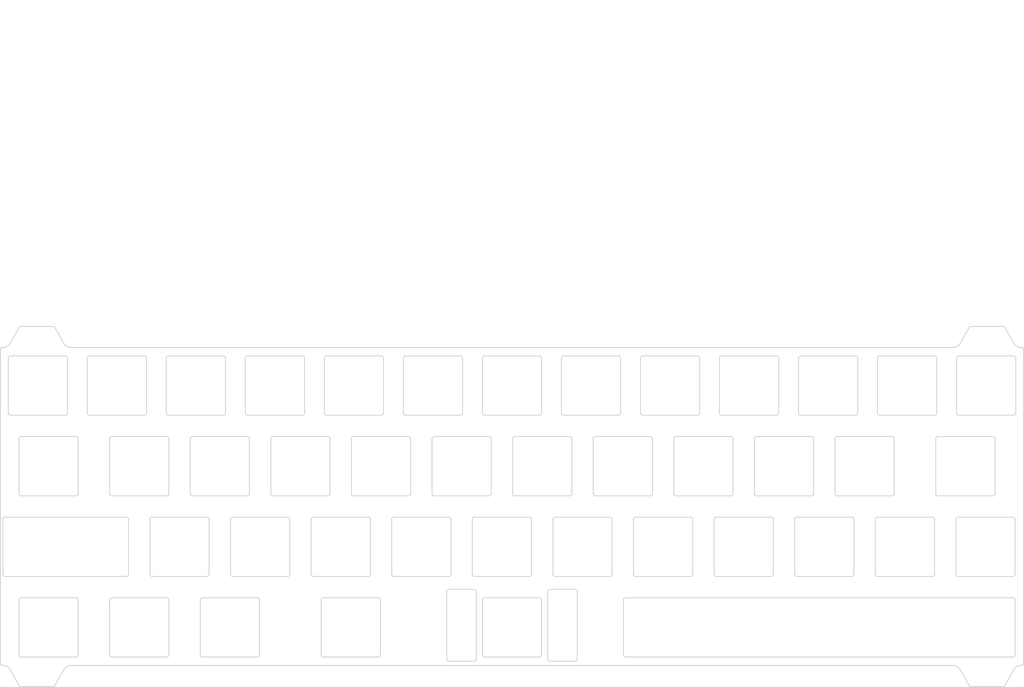
<source format=kicad_pcb>
(kicad_pcb (version 20211014) (generator pcbnew)
  (layers (0 "F.Cu" signal) (31 "B.Cu" signal) (34 "B.Paste" user) (35 "F.Paste" user) (36 "B.SilkS" user "B.Silkscreen") (37 "F.SilkS" user "F.Silkscreen") (38 "B.Mask" user) (39 "F.Mask" user) (44 "Edge.Cuts" user))
  (net 0 "")
  (footprint "rainfootprints:blank" (layer "F.Cu") (at 125.515 -25.5)
    (fp_text reference "MX40" hide)
    (fp_text value "MX-NoLED" hide)
  )
  (gr_arc (start 211.575 95.39375) (mid 211.92856 95.54019) (end 212.075 95.89375) (layer "Edge.Cuts") (width 0.2))
  (gr_line (start 82.5865 57.79375) (end 82.5865 70.79375) (layer "Edge.Cuts") (width 0.2))
  (gr_arc (start 217.125 95.89375) (mid 217.271474 95.540224) (end 217.625 95.39375) (layer "Edge.Cuts") (width 0.2))
  (gr_arc (start 50.4065 71.293796) (mid 50.052943 71.147353) (end 49.9065 70.793796) (layer "Edge.Cuts") (width 0.2))
  (gr_arc (start 138.1265 57.29375) (mid 138.48006 57.44019) (end 138.6265 57.79375) (layer "Edge.Cuts") (width 0.2))
  (gr_arc (start 93.3 76.84375) (mid 93.446474 76.490224) (end 93.8 76.34375) (layer "Edge.Cuts") (width 0.2))
  (gr_line (start 65.225 109.39375) (end 78.225 109.39375) (layer "Edge.Cuts") (width 0.2))
  (gr_arc (start 97.275 95.39375) (mid 97.62856 95.54019) (end 97.775 95.89375) (layer "Edge.Cuts") (width 0.2))
  (gr_arc (start 119.20625 127.943782) (mid 119.059825 128.297357) (end 118.70625 128.443782) (layer "Edge.Cuts") (width 0.2))
  (gr_line (start 87.7665 57.29375) (end 100.7665 57.29375) (layer "Edge.Cuts") (width 0.2))
  (gr_line (start 213.3465 57.79375) (end 213.3465 70.79375) (layer "Edge.Cuts") (width 0.2))
  (gr_line (start 29.8875 55.29375) (end 29.95415 55.29375) (layer "Edge.Cuts") (width 0.2))
  (gr_line (start 93.8 90.34375) (end 106.8 90.34375) (layer "Edge.Cuts") (width 0.2))
  (gr_line (start 199.3465 70.79375) (end 199.3465 57.79375) (layer "Edge.Cuts") (width 0.2))
  (gr_arc (start 143.3065 57.79375) (mid 143.452974 57.440224) (end 143.8065 57.29375) (layer "Edge.Cuts") (width 0.2))
  (gr_line (start 164.45 76.84375) (end 164.45 89.84375) (layer "Edge.Cuts") (width 0.2))
  (gr_line (start 258.545102 50.29375) (end 266.616898 50.29375) (layer "Edge.Cuts") (width 0.2))
  (gr_line (start 232.0265 70.79375) (end 232.0265 57.79375) (layer "Edge.Cuts") (width 0.2))
  (gr_line (start 42.067398 50.29375) (end 44.376799 54.29375) (layer "Edge.Cuts") (width 0.2))
  (gr_arc (start 135.36825 129.44375) (mid 135.014758 129.297242) (end 134.86825 128.94375) (layer "Edge.Cuts") (width 0.2))
  (gr_line (start 236.7065 57.79375) (end 236.7065 70.79375) (layer "Edge.Cuts") (width 0.2))
  (gr_arc (start 165.24425 112.44375) (mid 165.597805 112.590195) (end 165.74425 112.94375) (layer "Edge.Cuts") (width 0.2))
  (gr_line (start 240.65 89.84375) (end 240.65 76.84375) (layer "Edge.Cuts") (width 0.2))
  (gr_line (start 122.375 109.39375) (end 135.375 109.39375) (layer "Edge.Cuts") (width 0.2))
  (gr_arc (start 240.15 76.34375) (mid 240.50356 76.49019) (end 240.65 76.84375) (layer "Edge.Cuts") (width 0.2))
  (gr_arc (start 31.686201 54.29375) (mid 30.954157 55.025813) (end 29.95415 55.29375) (layer "Edge.Cuts") (width 0.2))
  (gr_line (start 119.9465 70.79375) (end 119.9465 57.79375) (layer "Edge.Cuts") (width 0.2))
  (gr_arc (start 29.95415 130.44375) (mid 30.954177 130.711652) (end 31.686201 131.44375) (layer "Edge.Cuts") (width 0.2))
  (gr_arc (start 77.13125 128.443782) (mid 76.777751 128.297281) (end 76.63125 127.943782) (layer "Edge.Cuts") (width 0.2))
  (gr_arc (start 250.9625 90.34375) (mid 250.608979 90.197271) (end 250.4625 89.84375) (layer "Edge.Cuts") (width 0.2))
  (gr_line (start 74.75 90.34375) (end 87.75 90.34375) (layer "Edge.Cuts") (width 0.2))
  (gr_line (start 106.4465 71.29375) (end 119.4465 71.29375) (layer "Edge.Cuts") (width 0.2))
  (gr_arc (start 176.64375 114.94375) (mid 176.790184 114.590184) (end 177.14375 114.44375) (layer "Edge.Cuts") (width 0.2))
  (gr_line (start 64.725 95.89375) (end 64.725 108.89375) (layer "Edge.Cuts") (width 0.2))
  (gr_line (start 112.85 90.34375) (end 125.85 90.34375) (layer "Edge.Cuts") (width 0.2))
  (gr_arc (start 154.925 108.89375) (mid 154.778581 109.247331) (end 154.425 109.39375) (layer "Edge.Cuts") (width 0.2))
  (gr_line (start 188.55 89.84375) (end 188.55 76.84375) (layer "Edge.Cuts") (width 0.2))
  (gr_arc (start 173.975 108.89375) (mid 173.828581 109.247331) (end 173.475 109.39375) (layer "Edge.Cuts") (width 0.2))
  (gr_arc (start 199.3465 57.79375) (mid 199.492974 57.440224) (end 199.8465 57.29375) (layer "Edge.Cuts") (width 0.2))
  (gr_line (start 218.5265 71.29375) (end 231.5265 71.29375) (layer "Edge.Cuts") (width 0.2))
  (gr_line (start 179.025 95.89375) (end 179.025 108.89375) (layer "Edge.Cuts") (width 0.2))
  (gr_arc (start 87.2665 57.79375) (mid 87.412974 57.440224) (end 87.7665 57.29375) (layer "Edge.Cuts") (width 0.2))
  (gr_arc (start 74.75 90.34375) (mid 74.396453 90.197297) (end 74.25 89.84375) (layer "Edge.Cuts") (width 0.2))
  (gr_arc (start 55.2 114.94375) (mid 55.346445 114.590195) (end 55.7 114.44375) (layer "Edge.Cuts") (width 0.2))
  (gr_line (start 68.7 114.44375) (end 55.7 114.44375) (layer "Edge.Cuts") (width 0.2))
  (gr_arc (start 88.25 89.84375) (mid 88.103581 90.197331) (end 87.75 90.34375) (layer "Edge.Cuts") (width 0.2))
  (gr_line (start 31.74375 71.29375) (end 44.74375 71.29375) (layer "Edge.Cuts") (width 0.2))
  (gr_arc (start 134.86825 112.94375) (mid 135.014684 112.590184) (end 135.36825 112.44375) (layer "Edge.Cuts") (width 0.2))
  (gr_line (start 269.225 108.89375) (end 269.225 95.89375) (layer "Edge.Cuts") (width 0.2))
  (gr_arc (start 169.5 76.84375) (mid 169.646474 76.490224) (end 170 76.34375) (layer "Edge.Cuts") (width 0.2))
  (gr_arc (start 193.025 108.89375) (mid 192.878581 109.247331) (end 192.525 109.39375) (layer "Edge.Cuts") (width 0.2))
  (gr_arc (start 269.3865 70.79375) (mid 269.24008 71.14733) (end 268.8865 71.29375) (layer "Edge.Cuts") (width 0.2))
  (gr_line (start 124.6265 57.79375) (end 124.6265 70.79375) (layer "Edge.Cuts") (width 0.2))
  (gr_arc (start 159.24425 129.44375) (mid 158.890758 129.297242) (end 158.74425 128.94375) (layer "Edge.Cuts") (width 0.2))
  (gr_arc (start 150.95 90.34375) (mid 150.596453 90.197297) (end 150.45 89.84375) (layer "Edge.Cuts") (width 0.2))
  (gr_line (start 157.3065 70.79375) (end 157.3065 57.79375) (layer "Edge.Cuts") (width 0.2))
  (gr_line (start 49.9065 57.793796) (end 49.9065 70.793796) (layer "Edge.Cuts") (width 0.2))
  (gr_line (start 221.1 76.34375) (end 208.1 76.34375) (layer "Edge.Cuts") (width 0.2))
  (gr_arc (start 47.26875 76.34375) (mid 47.622305 76.490195) (end 47.76875 76.84375) (layer "Edge.Cuts") (width 0.2))
  (gr_line (start 78.725 108.89375) (end 78.725 95.89375) (layer "Edge.Cuts") (width 0.2))
  (gr_arc (start 161.9865 57.79375) (mid 162.132974 57.440224) (end 162.4865 57.29375) (layer "Edge.Cuts") (width 0.2))
  (gr_arc (start 31.74375 71.29375) (mid 31.390229 71.147271) (end 31.24375 70.79375) (layer "Edge.Cuts") (width 0.2))
  (gr_arc (start 119.4465 57.29375) (mid 119.80006 57.44019) (end 119.9465 57.79375) (layer "Edge.Cuts") (width 0.2))
  (gr_arc (start 31.24375 57.79375) (mid 31.390234 57.440234) (end 31.74375 57.29375) (layer "Edge.Cuts") (width 0.2))
  (gr_arc (start 78.225 95.39375) (mid 78.57856 95.54019) (end 78.725 95.89375) (layer "Edge.Cuts") (width 0.2))
  (gr_arc (start 47.26875 114.44375) (mid 47.622256 114.590244) (end 47.76875 114.94375) (layer "Edge.Cuts") (width 0.2))
  (gr_arc (start 231.125 108.89375) (mid 230.978581 109.247331) (end 230.625 109.39375) (layer "Edge.Cuts") (width 0.2))
  (gr_line (start 33.76875 76.84375) (end 33.76875 89.84375) (layer "Edge.Cuts") (width 0.2))
  (gr_arc (start 221.6 89.84375) (mid 221.453581 90.197331) (end 221.1 90.34375) (layer "Edge.Cuts") (width 0.2))
  (gr_line (start 29.985023 95.89375) (end 29.985023 108.89375) (layer "Edge.Cuts") (width 0.2))
  (gr_arc (start 90.63125 127.943782) (mid 90.484825 128.297357) (end 90.13125 128.443782) (layer "Edge.Cuts") (width 0.2))
  (gr_arc (start 33.76875 76.84375) (mid 33.915184 76.490184) (end 34.26875 76.34375) (layer "Edge.Cuts") (width 0.2))
  (gr_line (start 162.4865 71.29375) (end 175.4865 71.29375) (layer "Edge.Cuts") (width 0.2))
  (gr_line (start 268.8865 57.29375) (end 255.8865 57.29375) (layer "Edge.Cuts") (width 0.2))
  (gr_arc (start 45.24375 70.79375) (mid 45.097341 71.147341) (end 44.74375 71.29375) (layer "Edge.Cuts") (width 0.2))
  (gr_line (start 100.7665 71.29375) (end 87.7665 71.29375) (layer "Edge.Cuts") (width 0.2))
  (gr_arc (start 162.4865 71.29375) (mid 162.132953 71.147297) (end 161.9865 70.79375) (layer "Edge.Cuts") (width 0.2))
  (gr_line (start 161.9865 57.79375) (end 161.9865 70.79375) (layer "Edge.Cuts") (width 0.2))
  (gr_line (start 175.9865 70.79375) (end 175.9865 57.79375) (layer "Edge.Cuts") (width 0.2))
  (gr_arc (start 157.30625 127.94375) (mid 157.15982 128.29732) (end 156.80625 128.44375) (layer "Edge.Cuts") (width 0.2))
  (gr_arc (start 68.7 114.44375) (mid 69.053531 114.590219) (end 69.2 114.94375) (layer "Edge.Cuts") (width 0.2))
  (gr_arc (start 131.4 76.84375) (mid 131.546474 76.490224) (end 131.9 76.34375) (layer "Edge.Cuts") (width 0.2))
  (gr_arc (start 78.725 108.89375) (mid 78.578581 109.247331) (end 78.225 109.39375) (layer "Edge.Cuts") (width 0.2))
  (gr_line (start 118.70625 114.443782) (end 105.70625 114.443782) (layer "Edge.Cuts") (width 0.2))
  (gr_line (start 134.86825 112.94375) (end 134.86825 128.94375) (layer "Edge.Cuts") (width 0.2))
  (gr_arc (start 55.7 90.34375) (mid 55.346453 90.197297) (end 55.2 89.84375) (layer "Edge.Cuts") (width 0.2))
  (gr_arc (start 255.3865 57.79375) (mid 255.532945 57.440195) (end 255.8865 57.29375) (layer "Edge.Cuts") (width 0.2))
  (gr_line (start 47.76875 89.84375) (end 47.76875 76.84375) (layer "Edge.Cuts") (width 0.2))
  (gr_arc (start 249.675 95.39375) (mid 250.02856 95.54019) (end 250.175 95.89375) (layer "Edge.Cuts") (width 0.2))
  (gr_arc (start 157.3065 70.79375) (mid 157.160081 71.147331) (end 156.8065 71.29375) (layer "Edge.Cuts") (width 0.2))
  (gr_line (start 173.475 95.39375) (end 160.475 95.39375) (layer "Edge.Cuts") (width 0.2))
  (gr_arc (start 87.75 76.34375) (mid 88.10356 76.49019) (end 88.25 76.84375) (layer "Edge.Cuts") (width 0.2))
  (gr_arc (start 140.925 95.89375) (mid 141.071474 95.540224) (end 141.425 95.39375) (layer "Edge.Cuts") (width 0.2))
  (gr_line (start 105.9465 57.79375) (end 105.9465 70.79375) (layer "Edge.Cuts") (width 0.2))
  (gr_line (start 268.926299 131.44375) (end 266.616898 135.44375) (layer "Edge.Cuts") (width 0.2))
  (gr_line (start 165.74425 128.94375) (end 165.74425 112.94375) (layer "Edge.Cuts") (width 0.2))
  (gr_arc (start 125.1265 71.29375) (mid 124.772953 71.147297) (end 124.6265 70.79375) (layer "Edge.Cuts") (width 0.2))
  (gr_line (start 193.025 108.89375) (end 193.025 95.89375) (layer "Edge.Cuts") (width 0.2))
  (gr_arc (start 164.45 89.84375) (mid 164.303581 90.197331) (end 163.95 90.34375) (layer "Edge.Cuts") (width 0.2))
  (gr_line (start 269.3865 70.79375) (end 269.3865 57.79375) (layer "Edge.Cuts") (width 0.2))
  (gr_arc (start 263.9625 76.34375) (mid 264.316085 76.490165) (end 264.4625 76.84375) (layer "Edge.Cuts") (width 0.2))
  (gr_line (start 69.2 127.94375) (end 69.2 114.94375) (layer "Edge.Cuts") (width 0.2))
  (gr_line (start 87.2665 70.79375) (end 87.2665 57.79375) (layer "Edge.Cuts") (width 0.2))
  (gr_arc (start 90.13125 114.443782) (mid 90.484749 114.590283) (end 90.63125 114.943782) (layer "Edge.Cuts") (width 0.2))
  (gr_arc (start 213.3465 70.79375) (mid 213.200081 71.147331) (end 212.8465 71.29375) (layer "Edge.Cuts") (width 0.2))
  (gr_arc (start 231.5265 57.29375) (mid 231.88006 57.44019) (end 232.0265 57.79375) (layer "Edge.Cuts") (width 0.2))
  (gr_line (start 176.64375 127.943782) (end 176.64375 114.94375) (layer "Edge.Cuts") (width 0.2))
  (gr_line (start 125.1265 71.29375) (end 138.1265 71.29375) (layer "Edge.Cuts") (width 0.2))
  (gr_arc (start 250.2065 57.29375) (mid 250.56006 57.44019) (end 250.7065 57.79375) (layer "Edge.Cuts") (width 0.2))
  (gr_arc (start 69.2 89.84375) (mid 69.053581 90.197331) (end 68.7 90.34375) (layer "Edge.Cuts") (width 0.2))
  (gr_arc (start 63.4065 57.293796) (mid 63.76005 57.440246) (end 63.9065 57.793796) (layer "Edge.Cuts") (width 0.2))
  (gr_line (start 97.275 95.39375) (end 84.275 95.39375) (layer "Edge.Cuts") (width 0.2))
  (gr_line (start 250.175 108.89375) (end 250.175 95.89375) (layer "Edge.Cuts") (width 0.2))
  (gr_line (start 268.725 114.44375) (end 177.14375 114.44375) (layer "Edge.Cuts") (width 0.2))
  (gr_arc (start 124.6265 57.79375) (mid 124.772974 57.440224) (end 125.1265 57.29375) (layer "Edge.Cuts") (width 0.2))
  (gr_arc (start 84.275 109.39375) (mid 83.921453 109.247297) (end 83.775 108.89375) (layer "Edge.Cuts") (width 0.2))
  (gr_line (start 101.2665 57.79375) (end 101.2665 70.79375) (layer "Edge.Cuts") (width 0.2))
  (gr_line (start 263.9625 76.34375) (end 250.9625 76.34375) (layer "Edge.Cuts") (width 0.2))
  (gr_arc (start 55.2 76.84375) (mid 55.346474 76.490224) (end 55.7 76.34375) (layer "Edge.Cuts") (width 0.2))
  (gr_line (start 63.4065 57.293796) (end 50.4065 57.293796) (layer "Edge.Cuts") (width 0.2))
  (gr_line (start 121.875 95.89375) (end 121.875 108.89375) (layer "Edge.Cuts") (width 0.2))
  (gr_line (start 45.24375 70.79375) (end 45.24375 57.79375) (layer "Edge.Cuts") (width 0.2))
  (gr_arc (start 143.8065 71.29375) (mid 143.452953 71.147297) (end 143.3065 70.79375) (layer "Edge.Cuts") (width 0.2))
  (gr_line (start 63.9065 70.793796) (end 63.9065 57.793796) (layer "Edge.Cuts") (width 0.2))
  (gr_arc (start 156.8065 57.29375) (mid 157.16006 57.44019) (end 157.3065 57.79375) (layer "Edge.Cuts") (width 0.2))
  (gr_arc (start 268.725 114.44375) (mid 269.078558 114.590191) (end 269.225 114.94375) (layer "Edge.Cuts") (width 0.2))
  (gr_line (start 158.74425 112.94375) (end 158.74425 128.94375) (layer "Edge.Cuts") (width 0.2))
  (gr_line (start 198.075 95.89375) (end 198.075 108.89375) (layer "Edge.Cuts") (width 0.2))
  (gr_arc (start 175.4865 57.29375) (mid 175.84006 57.44019) (end 175.9865 57.79375) (layer "Edge.Cuts") (width 0.2))
  (gr_arc (start 119.9465 70.79375) (mid 119.800081 71.147331) (end 119.4465 71.29375) (layer "Edge.Cuts") (width 0.2))
  (gr_line (start 105.20625 114.943782) (end 105.20625 127.943782) (layer "Edge.Cuts") (width 0.2))
  (gr_line (start 217.625 109.39375) (end 230.625 109.39375) (layer "Edge.Cuts") (width 0.2))
  (gr_line (start 207.6 76.84375) (end 207.6 89.84375) (layer "Edge.Cuts") (width 0.2))
  (gr_arc (start 141.36825 112.44375) (mid 141.721805 112.590195) (end 141.86825 112.94375) (layer "Edge.Cuts") (width 0.2))
  (gr_line (start 140.925 95.89375) (end 140.925 108.89375) (layer "Edge.Cuts") (width 0.2))
  (gr_line (start 131.9 76.34375) (end 144.9 76.34375) (layer "Edge.Cuts") (width 0.2))
  (gr_line (start 135.875 108.89375) (end 135.875 95.89375) (layer "Edge.Cuts") (width 0.2))
  (gr_line (start 240.15 76.34375) (end 227.15 76.34375) (layer "Edge.Cuts") (width 0.2))
  (gr_arc (start 144.9 76.34375) (mid 145.25356 76.49019) (end 145.4 76.84375) (layer "Edge.Cuts") (width 0.2))
  (gr_arc (start 65.225 109.39375) (mid 64.871453 109.247297) (end 64.725 108.89375) (layer "Edge.Cuts") (width 0.2))
  (gr_line (start 271.225 55.79375) (end 271.225 129.94375) (layer "Edge.Cuts") (width 0.2))
  (gr_arc (start 268.725 95.39375) (mid 269.078584 95.540165) (end 269.225 95.89375) (layer "Edge.Cuts") (width 0.2))
  (gr_arc (start 44.376799 131.44375) (mid 45.108857 130.711711) (end 46.10885 130.44375) (layer "Edge.Cuts") (width 0.2))
  (gr_line (start 170 76.34375) (end 183 76.34375) (layer "Edge.Cuts") (width 0.2))
  (gr_arc (start 183 76.34375) (mid 183.35356 76.49019) (end 183.5 76.84375) (layer "Edge.Cuts") (width 0.2))
  (gr_line (start 250.2065 57.29375) (end 237.2065 57.29375) (layer "Edge.Cuts") (width 0.2))
  (gr_arc (start 112.85 90.34375) (mid 112.496453 90.197297) (end 112.35 89.84375) (layer "Edge.Cuts") (width 0.2))
  (gr_arc (start 68.7 76.34375) (mid 69.05356 76.49019) (end 69.2 76.84375) (layer "Edge.Cuts") (width 0.2))
  (gr_line (start 250.4625 76.84375) (end 250.4625 89.84375) (layer "Edge.Cuts") (width 0.2))
  (gr_arc (start 122.375 109.39375) (mid 122.021453 109.247297) (end 121.875 108.89375) (layer "Edge.Cuts") (width 0.2))
  (gr_arc (start 159.975 95.89375) (mid 160.121474 95.540224) (end 160.475 95.39375) (layer "Edge.Cuts") (width 0.2))
  (gr_arc (start 236.675 109.39375) (mid 236.321453 109.247297) (end 236.175 108.89375) (layer "Edge.Cuts") (width 0.2))
  (gr_arc (start 69.2 127.94375) (mid 69.053581 128.297331) (end 68.7 128.44375) (layer "Edge.Cuts") (width 0.2))
  (gr_arc (start 236.175 95.89375) (mid 236.321474 95.540224) (end 236.675 95.39375) (layer "Edge.Cuts") (width 0.2))
  (gr_line (start 138.6265 70.79375) (end 138.6265 57.79375) (layer "Edge.Cuts") (width 0.2))
  (gr_arc (start 177.14375 128.443782) (mid 176.790251 128.297281) (end 176.64375 127.943782) (layer "Edge.Cuts") (width 0.2))
  (gr_arc (start 256.235701 54.29375) (mid 255.503657 55.025813) (end 254.50365 55.29375) (layer "Edge.Cuts") (width 0.2))
  (gr_line (start 29.95415 130.44375) (end 29.8875 130.44375) (layer "Edge.Cuts") (width 0.2))
  (gr_arc (start 141.425 109.39375) (mid 141.071453 109.247297) (end 140.925 108.89375) (layer "Edge.Cuts") (width 0.2))
  (gr_arc (start 227.15 90.34375) (mid 226.796453 90.197297) (end 226.65 89.84375) (layer "Edge.Cuts") (width 0.2))
  (gr_line (start 268.725 95.39375) (end 255.725 95.39375) (layer "Edge.Cuts") (width 0.2))
  (gr_arc (start 236.7065 57.79375) (mid 236.852974 57.440224) (end 237.2065 57.29375) (layer "Edge.Cuts") (width 0.2))
  (gr_arc (start 189.05 90.34375) (mid 188.696453 90.197297) (end 188.55 89.84375) (layer "Edge.Cuts") (width 0.2))
  (gr_arc (start 240.65 89.84375) (mid 240.503581 90.197331) (end 240.15 90.34375) (layer "Edge.Cuts") (width 0.2))
  (gr_line (start 69.0865 57.29375) (end 82.0865 57.29375) (layer "Edge.Cuts") (width 0.2))
  (gr_line (start 173.975 108.89375) (end 173.975 95.89375) (layer "Edge.Cuts") (width 0.2))
  (gr_line (start 74.25 76.84375) (end 74.25 89.84375) (layer "Edge.Cuts") (width 0.2))
  (gr_line (start 258.545102 135.44375) (end 256.235701 131.44375) (layer "Edge.Cuts") (width 0.2))
  (gr_arc (start 138.6265 70.79375) (mid 138.480081 71.147331) (end 138.1265 71.29375) (layer "Edge.Cuts") (width 0.2))
  (gr_line (start 150.95 76.34375) (end 163.95 76.34375) (layer "Edge.Cuts") (width 0.2))
  (gr_arc (start 226.65 76.84375) (mid 226.796474 76.490224) (end 227.15 76.34375) (layer "Edge.Cuts") (width 0.2))
  (gr_line (start 255.3865 57.79375) (end 255.3865 70.79375) (layer "Edge.Cuts") (width 0.2))
  (gr_arc (start 105.70625 128.443782) (mid 105.352751 128.297281) (end 105.20625 127.943782) (layer "Edge.Cuts") (width 0.2))
  (gr_line (start 47.76875 127.94375) (end 47.76875 114.94375) (layer "Edge.Cuts") (width 0.2))
  (gr_arc (start 125.85 76.34375) (mid 126.20356 76.49019) (end 126.35 76.84375) (layer "Edge.Cuts") (width 0.2))
  (gr_line (start 126.35 89.84375) (end 126.35 76.84375) (layer "Edge.Cuts") (width 0.2))
  (gr_arc (start 202.05 76.34375) (mid 202.40356 76.49019) (end 202.55 76.84375) (layer "Edge.Cuts") (width 0.2))
  (gr_arc (start 165.74425 128.94375) (mid 165.59782 129.29732) (end 165.24425 129.44375) (layer "Edge.Cuts") (width 0.2))
  (gr_arc (start 82.5865 70.79375) (mid 82.440081 71.147331) (end 82.0865 71.29375) (layer "Edge.Cuts") (width 0.2))
  (gr_arc (start 135.375 95.39375) (mid 135.72856 95.54019) (end 135.875 95.89375) (layer "Edge.Cuts") (width 0.2))
  (gr_line (start 145.4 76.84375) (end 145.4 89.84375) (layer "Edge.Cuts") (width 0.2))
  (gr_arc (start 47.76875 127.94375) (mid 47.622341 128.297341) (end 47.26875 128.44375) (layer "Edge.Cuts") (width 0.2))
  (gr_arc (start 105.9465 57.79375) (mid 106.092974 57.440224) (end 106.4465 57.29375) (layer "Edge.Cuts") (width 0.2))
  (gr_line (start 183 90.34375) (end 170 90.34375) (layer "Edge.Cuts") (width 0.2))
  (gr_arc (start 183.5 89.84375) (mid 183.353581 90.197331) (end 183 90.34375) (layer "Edge.Cuts") (width 0.2))
  (gr_arc (start 170 90.34375) (mid 169.646453 90.197297) (end 169.5 89.84375) (layer "Edge.Cuts") (width 0.2))
  (gr_line (start 116.325 95.39375) (end 103.325 95.39375) (layer "Edge.Cuts") (width 0.2))
  (gr_arc (start 47.76875 89.84375) (mid 47.62232 90.19732) (end 47.26875 90.34375) (layer "Edge.Cuts") (width 0.2))
  (gr_arc (start 270.725 55.29375) (mid 271.078552 55.440197) (end 271.225 55.79375) (layer "Edge.Cuts") (width 0.2))
  (gr_line (start 77.13125 128.443782) (end 90.13125 128.443782) (layer "Edge.Cuts") (width 0.2))
  (gr_line (start 160.475 109.39375) (end 173.475 109.39375) (layer "Edge.Cuts") (width 0.2))
  (gr_arc (start 199.8465 71.29375) (mid 199.492953 71.147297) (end 199.3465 70.79375) (layer "Edge.Cuts") (width 0.2))
  (gr_arc (start 126.35 89.84375) (mid 126.203581 90.197331) (end 125.85 90.34375) (layer "Edge.Cuts") (width 0.2))
  (gr_line (start 180.6665 57.79375) (end 180.6665 70.79375) (layer "Edge.Cuts") (width 0.2))
  (gr_line (start 68.7 76.34375) (end 55.7 76.34375) (layer "Edge.Cuts") (width 0.2))
  (gr_arc (start 173.475 95.39375) (mid 173.82856 95.54019) (end 173.975 95.89375) (layer "Edge.Cuts") (width 0.2))
  (gr_arc (start 29.3875 55.79375) (mid 29.533974 55.440224) (end 29.8875 55.29375) (layer "Edge.Cuts") (width 0.2))
  (gr_arc (start 194.1665 57.29375) (mid 194.52006 57.44019) (end 194.6665 57.79375) (layer "Edge.Cuts") (width 0.2))
  (gr_arc (start 46.10885 55.29375) (mid 45.108848 55.025805) (end 44.376799 54.29375) (layer "Edge.Cuts") (width 0.2))
  (gr_arc (start 33.76875 114.94375) (mid 33.915184 114.590184) (end 34.26875 114.44375) (layer "Edge.Cuts") (width 0.2))
  (gr_arc (start 59.175 95.39375) (mid 59.528555 95.540195) (end 59.675 95.89375) (layer "Edge.Cuts") (width 0.2))
  (gr_arc (start 34.26875 128.44375) (mid 33.915258 128.297242) (end 33.76875 127.94375) (layer "Edge.Cuts") (width 0.2))
  (gr_arc (start 145.4 89.84375) (mid 145.253581 90.197331) (end 144.9 90.34375) (layer "Edge.Cuts") (width 0.2))
  (gr_line (start 47.26875 76.34375) (end 34.26875 76.34375) (layer "Edge.Cuts") (width 0.2))
  (gr_line (start 183.5 76.84375) (end 183.5 89.84375) (layer "Edge.Cuts") (width 0.2))
  (gr_arc (start 268.926299 131.44375) (mid 269.658357 130.711713) (end 270.65835 130.44375) (layer "Edge.Cuts") (width 0.2))
  (gr_line (start 90.63125 127.943782) (end 90.63125 114.943782) (layer "Edge.Cuts") (width 0.2))
  (gr_line (start 44.376799 131.44375) (end 42.067398 135.44375) (layer "Edge.Cuts") (width 0.2))
  (gr_line (start 175.4865 57.29375) (end 162.4865 57.29375) (layer "Edge.Cuts") (width 0.2))
  (gr_line (start 199.8465 57.29375) (end 212.8465 57.29375) (layer "Edge.Cuts") (width 0.2))
  (gr_arc (start 103.325 109.39375) (mid 102.971453 109.247297) (end 102.825 108.89375) (layer "Edge.Cuts") (width 0.2))
  (gr_arc (start 68.5865 57.79375) (mid 68.732974 57.440224) (end 69.0865 57.29375) (layer "Edge.Cuts") (width 0.2))
  (gr_line (start 156.8065 57.29375) (end 143.8065 57.29375) (layer "Edge.Cuts") (width 0.2))
  (gr_arc (start 255.725 109.39375) (mid 255.371479 109.247271) (end 255.225 108.89375) (layer "Edge.Cuts") (width 0.2))
  (gr_line (start 47.26875 114.44375) (end 34.26875 114.44375) (layer "Edge.Cuts") (width 0.2))
  (gr_line (start 33.995602 50.29375) (end 42.067398 50.29375) (layer "Edge.Cuts") (width 0.2))
  (gr_line (start 102.825 95.89375) (end 102.825 108.89375) (layer "Edge.Cuts") (width 0.2))
  (gr_arc (start 143.80625 128.44375) (mid 143.452758 128.297242) (end 143.30625 127.94375) (layer "Edge.Cuts") (width 0.2))
  (gr_line (start 55.7 90.34375) (end 68.7 90.34375) (layer "Edge.Cuts") (width 0.2))
  (gr_line (start 68.5865 70.79375) (end 68.5865 57.79375) (layer "Edge.Cuts") (width 0.2))
  (gr_line (start 227.15 90.34375) (end 240.15 90.34375) (layer "Edge.Cuts") (width 0.2))
  (gr_line (start 138.1265 57.29375) (end 125.1265 57.29375) (layer "Edge.Cuts") (width 0.2))
  (gr_line (start 31.24375 57.79375) (end 31.24375 70.79375) (layer "Edge.Cuts") (width 0.2))
  (gr_line (start 217.125 95.89375) (end 217.125 108.89375) (layer "Edge.Cuts") (width 0.2))
  (gr_arc (start 106.4465 71.29375) (mid 106.092953 71.147297) (end 105.9465 70.79375) (layer "Edge.Cuts") (width 0.2))
  (gr_arc (start 198.575 109.39375) (mid 198.221453 109.247297) (end 198.075 108.89375) (layer "Edge.Cuts") (width 0.2))
  (gr_line (start 194.6665 70.79375) (end 194.6665 57.79375) (layer "Edge.Cuts") (width 0.2))
  (gr_arc (start 217.625 109.39375) (mid 217.271453 109.247297) (end 217.125 108.89375) (layer "Edge.Cuts") (width 0.2))
  (gr_arc (start 192.525 95.39375) (mid 192.87856 95.54019) (end 193.025 95.89375) (layer "Edge.Cuts") (width 0.2))
  (gr_line (start 143.3065 57.79375) (end 143.3065 70.79375) (layer "Edge.Cuts") (width 0.2))
  (gr_arc (start 141.86825 128.94375) (mid 141.72182 129.29732) (end 141.36825 129.44375) (layer "Edge.Cuts") (width 0.2))
  (gr_arc (start 194.6665 70.79375) (mid 194.520081 71.147331) (end 194.1665 71.29375) (layer "Edge.Cuts") (width 0.2))
  (gr_line (start 269.225 127.94375) (end 269.225 114.94375) (layer "Edge.Cuts") (width 0.2))
  (gr_line (start 256.235701 54.29375) (end 258.545102 50.29375) (layer "Edge.Cuts") (width 0.2))
  (gr_line (start 236.175 95.89375) (end 236.175 108.89375) (layer "Edge.Cuts") (width 0.2))
  (gr_line (start 55.7 128.44375) (end 68.7 128.44375) (layer "Edge.Cuts") (width 0.2))
  (gr_line (start 179.525 109.39375) (end 192.525 109.39375) (layer "Edge.Cuts") (width 0.2))
  (gr_line (start 202.55 76.84375) (end 202.55 89.84375) (layer "Edge.Cuts") (width 0.2))
  (gr_line (start 135.375 95.39375) (end 122.375 95.39375) (layer "Edge.Cuts") (width 0.2))
  (gr_arc (start 29.8875 130.44375) (mid 29.533953 130.297297) (end 29.3875 129.94375) (layer "Edge.Cuts") (width 0.2))
  (gr_line (start 107.3 89.84375) (end 107.3 76.84375) (layer "Edge.Cuts") (width 0.2))
  (gr_line (start 221.6 89.84375) (end 221.6 76.84375) (layer "Edge.Cuts") (width 0.2))
  (gr_arc (start 55.7 128.44375) (mid 55.346483 128.297267) (end 55.2 127.94375) (layer "Edge.Cuts") (width 0.2))
  (gr_line (start 192.525 95.39375) (end 179.525 95.39375) (layer "Edge.Cuts") (width 0.2))
  (gr_arc (start 271.225 129.94375) (mid 271.078583 130.297333) (end 270.725 130.44375) (layer "Edge.Cuts") (width 0.2))
  (gr_arc (start 44.74375 57.29375) (mid 45.097335 57.440165) (end 45.24375 57.79375) (layer "Edge.Cuts") (width 0.2))
  (gr_line (start 84.275 109.39375) (end 97.275 109.39375) (layer "Edge.Cuts") (width 0.2))
  (gr_line (start 249.675 95.39375) (end 236.675 95.39375) (layer "Edge.Cuts") (width 0.2))
  (gr_line (start 93.3 76.84375) (end 93.3 89.84375) (layer "Edge.Cuts") (width 0.2))
  (gr_line (start 177.14375 128.443782) (end 268.725 128.44375) (layer "Edge.Cuts") (width 0.2))
  (gr_line (start 83.775 95.89375) (end 83.775 108.89375) (layer "Edge.Cuts") (width 0.2))
  (gr_line (start 141.425 109.39375) (end 154.425 109.39375) (layer "Edge.Cuts") (width 0.2))
  (gr_arc (start 100.7665 57.29375) (mid 101.12006 57.44019) (end 101.2665 57.79375) (layer "Edge.Cuts") (width 0.2))
  (gr_arc (start 118.70625 114.443782) (mid 119.059749 114.590283) (end 119.20625 114.943782) (layer "Edge.Cuts") (width 0.2))
  (gr_line (start 159.975 95.89375) (end 159.975 108.89375) (layer "Edge.Cuts") (width 0.2))
  (gr_arc (start 154.425 95.39375) (mid 154.77856 95.54019) (end 154.925 95.89375) (layer "Edge.Cuts") (width 0.2))
  (gr_line (start 150.45 89.84375) (end 150.45 76.84375) (layer "Edge.Cuts") (width 0.2))
  (gr_line (start 119.4465 57.29375) (end 106.4465 57.29375) (layer "Edge.Cuts") (width 0.2))
  (gr_arc (start 83.775 95.89375) (mid 83.921474 95.540224) (end 84.275 95.39375) (layer "Edge.Cuts") (width 0.2))
  (gr_arc (start 156.80625 114.44375) (mid 157.159805 114.590195) (end 157.30625 114.94375) (layer "Edge.Cuts") (width 0.2))
  (gr_arc (start 212.075 108.89375) (mid 211.928581 109.247331) (end 211.575 109.39375) (layer "Edge.Cuts") (width 0.2))
  (gr_arc (start 255.8865 71.29375) (mid 255.532983 71.147267) (end 255.3865 70.79375) (layer "Edge.Cuts") (width 0.2))
  (gr_arc (start 163.95 76.34375) (mid 164.30356 76.49019) (end 164.45 76.84375) (layer "Edge.Cuts") (width 0.2))
  (gr_arc (start 49.9065 57.793796) (mid 50.05295 57.440246) (end 50.4065 57.293796) (layer "Edge.Cuts") (width 0.2))
  (gr_line (start 119.20625 127.943782) (end 119.20625 114.943782) (layer "Edge.Cuts") (width 0.2))
  (gr_arc (start 270.65835 55.29375) (mid 269.65835 55.025803) (end 268.926299 54.29375) (layer "Edge.Cuts") (width 0.2))
  (gr_arc (start 101.2665 70.79375) (mid 101.120081 71.147331) (end 100.7665 71.29375) (layer "Edge.Cuts") (width 0.2))
  (gr_line (start 69.2 89.84375) (end 69.2 76.84375) (layer "Edge.Cuts") (width 0.2))
  (gr_arc (start 76.63125 114.943782) (mid 76.777718 114.59025) (end 77.13125 114.443782) (layer "Edge.Cuts") (width 0.2))
  (gr_arc (start 30.485023 109.39375) (mid 30.131531 109.247242) (end 29.985023 108.89375) (layer "Edge.Cuts") (width 0.2))
  (gr_line (start 135.36825 129.44375) (end 141.36825 129.44375) (layer "Edge.Cuts") (width 0.2))
  (gr_line (start 143.8065 71.29375) (end 156.8065 71.29375) (layer "Edge.Cuts") (width 0.2))
  (gr_arc (start 121.875 95.89375) (mid 122.021474 95.540224) (end 122.375 95.39375) (layer "Edge.Cuts") (width 0.2))
  (gr_arc (start 180.6665 57.79375) (mid 180.812974 57.440224) (end 181.1665 57.29375) (layer "Edge.Cuts") (width 0.2))
  (gr_line (start 46.10885 55.29375) (end 254.50365 55.29375) (layer "Edge.Cuts") (width 0.2))
  (gr_line (start 211.575 95.39375) (end 198.575 95.39375) (layer "Edge.Cuts") (width 0.2))
  (gr_line (start 169.5 89.84375) (end 169.5 76.84375) (layer "Edge.Cuts") (width 0.2))
  (gr_line (start 33.995602 135.44375) (end 31.686201 131.44375) (layer "Edge.Cuts") (width 0.2))
  (gr_line (start 154.925 108.89375) (end 154.925 95.89375) (layer "Edge.Cuts") (width 0.2))
  (gr_line (start 88.25 89.84375) (end 88.25 76.84375) (layer "Edge.Cuts") (width 0.2))
  (gr_line (start 159.24425 129.44375) (end 165.24425 129.44375) (layer "Edge.Cuts") (width 0.2))
  (gr_line (start 163.95 90.34375) (end 150.95 90.34375) (layer "Edge.Cuts") (width 0.2))
  (gr_line (start 250.7065 70.79375) (end 250.7065 57.79375) (layer "Edge.Cuts") (width 0.2))
  (gr_arc (start 268.8865 57.29375) (mid 269.240035 57.440217) (end 269.3865 57.79375) (layer "Edge.Cuts") (width 0.2))
  (gr_line (start 144.9 90.34375) (end 131.9 90.34375) (layer "Edge.Cuts") (width 0.2))
  (gr_arc (start 105.20625 114.943782) (mid 105.352718 114.59025) (end 105.70625 114.443782) (layer "Edge.Cuts") (width 0.2))
  (gr_arc (start 116.325 95.39375) (mid 116.67856 95.54019) (end 116.825 95.89375) (layer "Edge.Cuts") (width 0.2))
  (gr_arc (start 143.30625 114.94375) (mid 143.452684 114.590184) (end 143.80625 114.44375) (layer "Edge.Cuts") (width 0.2))
  (gr_line (start 255.225 95.89375) (end 255.225 108.89375) (layer "Edge.Cuts") (width 0.2))
  (gr_line (start 59.675 108.89375) (end 59.675 95.89375) (layer "Edge.Cuts") (width 0.2))
  (gr_line (start 34.26875 128.44375) (end 47.26875 128.44375) (layer "Edge.Cuts") (width 0.2))
  (gr_line (start 231.5265 57.29375) (end 218.5265 57.29375) (layer "Edge.Cuts") (width 0.2))
  (gr_line (start 50.4065 71.293796) (end 63.4065 71.293796) (layer "Edge.Cuts") (width 0.2))
  (gr_arc (start 116.825 108.89375) (mid 116.678581 109.247331) (end 116.325 109.39375) (layer "Edge.Cuts") (width 0.2))
  (gr_line (start 55.2 76.84375) (end 55.2 89.84375) (layer "Edge.Cuts") (width 0.2))
  (gr_line (start 112.35 76.84375) (end 112.35 89.84375) (layer "Edge.Cuts") (width 0.2))
  (gr_line (start 90.13125 114.443782) (end 77.13125 114.443782) (layer "Edge.Cuts") (width 0.2))
  (gr_line (start 31.686201 54.29375) (end 33.995602 50.29375) (layer "Edge.Cuts") (width 0.2))
  (gr_arc (start 212.8465 57.29375) (mid 213.20006 57.44019) (end 213.3465 57.79375) (layer "Edge.Cuts") (width 0.2))
  (gr_line (start 29.3875 129.94375) (end 29.3875 55.79375) (layer "Edge.Cuts") (width 0.2))
  (gr_arc (start 107.3 89.84375) (mid 107.153581 90.197331) (end 106.8 90.34375) (layer "Edge.Cuts") (width 0.2))
  (gr_line (start 189.05 76.34375) (end 202.05 76.34375) (layer "Edge.Cuts") (width 0.2))
  (gr_line (start 76.63125 114.943782) (end 76.63125 127.943782) (layer "Edge.Cuts") (width 0.2))
  (gr_line (start 44.74375 57.29375) (end 31.74375 57.29375) (layer "Edge.Cuts") (width 0.2))
  (gr_line (start 270.65835 55.29375) (end 270.725 55.29375) (layer "Edge.Cuts") (width 0.2))
  (gr_arc (start 29.985023 95.89375) (mid 30.131457 95.540184) (end 30.485023 95.39375) (layer "Edge.Cuts") (width 0.2))
  (gr_arc (start 74.25 76.84375) (mid 74.396474 76.490224) (end 74.75 76.34375) (layer "Edge.Cuts") (width 0.2))
  (gr_line (start 141.36825 112.44375) (end 135.36825 112.44375) (layer "Edge.Cuts") (width 0.2))
  (gr_line (start 143.30625 114.94375) (end 143.30625 127.94375) (layer "Edge.Cuts") (width 0.2))
  (gr_line (start 42.067398 135.44375) (end 33.995602 135.44375) (layer "Edge.Cuts") (width 0.2))
  (gr_arc (start 69.0865 71.29375) (mid 68.732953 71.147297) (end 68.5865 70.79375) (layer "Edge.Cuts") (width 0.2))
  (gr_arc (start 250.4625 76.84375) (mid 250.608984 76.490234) (end 250.9625 76.34375) (layer "Edge.Cuts") (width 0.2))
  (gr_arc (start 106.8 76.34375) (mid 107.15356 76.49019) (end 107.3 76.84375) (layer "Edge.Cuts") (width 0.2))
  (gr_arc (start 87.7665 71.29375) (mid 87.412953 71.147297) (end 87.2665 70.79375) (layer "Edge.Cuts") (width 0.2))
  (gr_arc (start 150.45 76.84375) (mid 150.596474 76.490224) (end 150.95 76.34375) (layer "Edge.Cuts") (width 0.2))
  (gr_line (start 82.0865 71.29375) (end 69.0865 71.29375) (layer "Edge.Cuts") (width 0.2))
  (gr_arc (start 250.7065 70.79375) (mid 250.560081 71.147331) (end 250.2065 71.29375) (layer "Edge.Cuts") (width 0.2))
  (gr_line (start 212.075 108.89375) (end 212.075 95.89375) (layer "Edge.Cuts") (width 0.2))
  (gr_line (start 208.1 90.34375) (end 221.1 90.34375) (layer "Edge.Cuts") (width 0.2))
  (gr_line (start 30.485023 109.39375) (end 59.175 109.39375) (layer "Edge.Cuts") (width 0.2))
  (gr_arc (start 158.74425 112.94375) (mid 158.890684 112.590184) (end 159.24425 112.44375) (layer "Edge.Cuts") (width 0.2))
  (gr_arc (start 264.4625 89.84375) (mid 264.316091 90.197341) (end 263.9625 90.34375) (layer "Edge.Cuts") (width 0.2))
  (gr_arc (start 135.875 108.89375) (mid 135.728581 109.247331) (end 135.375 109.39375) (layer "Edge.Cuts") (width 0.2))
  (gr_line (start 154.425 95.39375) (end 141.425 95.39375) (layer "Edge.Cuts") (width 0.2))
  (gr_arc (start 131.9 90.34375) (mid 131.546453 90.197297) (end 131.4 89.84375) (layer "Edge.Cuts") (width 0.2))
  (gr_arc (start 269.225 108.89375) (mid 269.078591 109.247341) (end 268.725 109.39375) (layer "Edge.Cuts") (width 0.2))
  (gr_arc (start 102.825 95.89375) (mid 102.971474 95.540224) (end 103.325 95.39375) (layer "Edge.Cuts") (width 0.2))
  (gr_line (start 194.1665 57.29375) (end 181.1665 57.29375) (layer "Edge.Cuts") (width 0.2))
  (gr_line (start 78.225 95.39375) (end 65.225 95.39375) (layer "Edge.Cuts") (width 0.2))
  (gr_line (start 87.75 76.34375) (end 74.75 76.34375) (layer "Edge.Cuts") (width 0.2))
  (gr_line (start 181.1665 71.29375) (end 194.1665 71.29375) (layer "Edge.Cuts") (width 0.2))
  (gr_line (start 165.24425 112.44375) (end 159.24425 112.44375) (layer "Edge.Cuts") (width 0.2))
  (gr_arc (start 254.50365 130.44375) (mid 255.503677 130.711652) (end 256.235701 131.44375) (layer "Edge.Cuts") (width 0.2))
  (gr_arc (start 188.55 76.84375) (mid 188.696474 76.490224) (end 189.05 76.34375) (layer "Edge.Cuts") (width 0.2))
  (gr_arc (start 112.35 76.84375) (mid 112.496474 76.490224) (end 112.85 76.34375) (layer "Edge.Cuts") (width 0.2))
  (gr_line (start 198.575 109.39375) (end 211.575 109.39375) (layer "Edge.Cuts") (width 0.2))
  (gr_arc (start 181.1665 71.29375) (mid 180.812953 71.147297) (end 180.6665 70.79375) (layer "Edge.Cuts") (width 0.2))
  (gr_line (start 266.616898 50.29375) (end 268.926299 54.29375) (layer "Edge.Cuts") (width 0.2))
  (gr_arc (start 34.26875 90.34375) (mid 33.915258 90.197242) (end 33.76875 89.84375) (layer "Edge.Cuts") (width 0.2))
  (gr_line (start 264.4625 89.84375) (end 264.4625 76.84375) (layer "Edge.Cuts") (width 0.2))
  (gr_arc (start 230.625 95.39375) (mid 230.97856 95.54019) (end 231.125 95.89375) (layer "Edge.Cuts") (width 0.2))
  (gr_line (start 236.675 109.39375) (end 249.675 109.39375) (layer "Edge.Cuts") (width 0.2))
  (gr_arc (start 93.8 90.34375) (mid 93.446453 90.197297) (end 93.3 89.84375) (layer "Edge.Cuts") (width 0.2))
  (gr_line (start 231.125 108.89375) (end 231.125 95.89375) (layer "Edge.Cuts") (width 0.2))
  (gr_arc (start 175.9865 70.79375) (mid 175.840081 71.147331) (end 175.4865 71.29375) (layer "Edge.Cuts") (width 0.2))
  (gr_line (start 97.775 108.89375) (end 97.775 95.89375) (layer "Edge.Cuts") (width 0.2))
  (gr_arc (start 207.6 76.84375) (mid 207.746474 76.490224) (end 208.1 76.34375) (layer "Edge.Cuts") (width 0.2))
  (gr_line (start 212.8465 71.29375) (end 199.8465 71.29375) (layer "Edge.Cuts") (width 0.2))
  (gr_line (start 125.85 76.34375) (end 112.85 76.34375) (layer "Edge.Cuts") (width 0.2))
  (gr_line (start 33.76875 114.94375) (end 33.76875 127.94375) (layer "Edge.Cuts") (width 0.2))
  (gr_line (start 157.30625 127.94375) (end 157.30625 114.94375) (layer "Edge.Cuts") (width 0.2))
  (gr_line (start 143.80625 128.44375) (end 156.80625 128.44375) (layer "Edge.Cuts") (width 0.2))
  (gr_arc (start 160.475 109.39375) (mid 160.121453 109.247297) (end 159.975 108.89375) (layer "Edge.Cuts") (width 0.2))
  (gr_arc (start 198.075 95.89375) (mid 198.221474 95.540224) (end 198.575 95.39375) (layer "Edge.Cuts") (width 0.2))
  (gr_arc (start 208.1 90.34375) (mid 207.746453 90.197297) (end 207.6 89.84375) (layer "Edge.Cuts") (width 0.2))
  (gr_line (start 266.616898 135.44375) (end 258.545102 135.44375) (layer "Edge.Cuts") (width 0.2))
  (gr_line (start 116.825 108.89375) (end 116.825 95.89375) (layer "Edge.Cuts") (width 0.2))
  (gr_line (start 255.8865 71.29375) (end 268.8865 71.29375) (layer "Edge.Cuts") (width 0.2))
  (gr_line (start 34.26875 90.34375) (end 47.26875 90.34375) (layer "Edge.Cuts") (width 0.2))
  (gr_arc (start 237.2065 71.29375) (mid 236.852953 71.147297) (end 236.7065 70.79375) (layer "Edge.Cuts") (width 0.2))
  (gr_arc (start 255.225 95.89375) (mid 255.371484 95.540234) (end 255.725 95.39375) (layer "Edge.Cuts") (width 0.2))
  (gr_line (start 105.70625 128.443782) (end 118.70625 128.443782) (layer "Edge.Cuts") (width 0.2))
  (gr_arc (start 218.5265 71.29375) (mid 218.172953 71.147297) (end 218.0265 70.79375) (layer "Edge.Cuts") (width 0.2))
  (gr_arc (start 269.225 127.94375) (mid 269.07858 128.29733) (end 268.725 128.44375) (layer "Edge.Cuts") (width 0.2))
  (gr_line (start 106.8 76.34375) (end 93.8 76.34375) (layer "Edge.Cuts") (width 0.2))
  (gr_arc (start 232.0265 70.79375) (mid 231.880081 71.147331) (end 231.5265 71.29375) (layer "Edge.Cuts") (width 0.2))
  (gr_arc (start 63.9065 70.793796) (mid 63.760057 71.147353) (end 63.4065 71.293796) (layer "Edge.Cuts") (width 0.2))
  (gr_line (start 237.2065 71.29375) (end 250.2065 71.29375) (layer "Edge.Cuts") (width 0.2))
  (gr_line (start 218.0265 57.79375) (end 218.0265 70.79375) (layer "Edge.Cuts") (width 0.2))
  (gr_line (start 202.05 90.34375) (end 189.05 90.34375) (layer "Edge.Cuts") (width 0.2))
  (gr_line (start 226.65 76.84375) (end 226.65 89.84375) (layer "Edge.Cuts") (width 0.2))
  (gr_line (start 141.86825 128.94375) (end 141.86825 112.94375) (layer "Edge.Cuts") (width 0.2))
  (gr_line (start 55.2 114.94375) (end 55.2 127.94375) (layer "Edge.Cuts") (width 0.2))
  (gr_arc (start 97.775 108.89375) (mid 97.628581 109.247331) (end 97.275 109.39375) (layer "Edge.Cuts") (width 0.2))
  (gr_arc (start 64.725 95.89375) (mid 64.871474 95.540224) (end 65.225 95.39375) (layer "Edge.Cuts") (width 0.2))
  (gr_arc (start 202.55 89.84375) (mid 202.403581 90.197331) (end 202.05 90.34375) (layer "Edge.Cuts") (width 0.2))
  (gr_arc (start 221.1 76.34375) (mid 221.45356 76.49019) (end 221.6 76.84375) (layer "Edge.Cuts") (width 0.2))
  (gr_line (start 156.80625 114.44375) (end 143.80625 114.44375) (layer "Edge.Cuts") (width 0.2))
  (gr_line (start 250.9625 90.34375) (end 263.9625 90.34375) (layer "Edge.Cuts") (width 0.2))
  (gr_arc (start 82.0865 57.29375) (mid 82.44006 57.44019) (end 82.5865 57.79375) (layer "Edge.Cuts") (width 0.2))
  (gr_line (start 254.50365 130.44375) (end 46.10885 130.44375) (layer "Edge.Cuts") (width 0.2))
  (gr_line (start 255.725 109.39375) (end 268.725 109.39375) (layer "Edge.Cuts") (width 0.2))
  (gr_line (start 103.325 109.39375) (end 116.325 109.39375) (layer "Edge.Cuts") (width 0.2))
  (gr_arc (start 59.675 108.89375) (mid 59.52857 109.24732) (end 59.175 109.39375) (layer "Edge.Cuts") (width 0.2))
  (gr_arc (start 179.025 95.89375) (mid 179.171474 95.540224) (end 179.525 95.39375) (layer "Edge.Cuts") (width 0.2))
  (gr_line (start 230.625 95.39375) (end 217.625 95.39375) (layer "Edge.Cuts") (width 0.2))
  (gr_line (start 59.175 95.39375) (end 30.485023 95.39375) (layer "Edge.Cuts") (width 0.2))
  (gr_arc (start 179.525 109.39375) (mid 179.171453 109.247297) (end 179.025 108.89375) (layer "Edge.Cuts") (width 0.2))
  (gr_arc (start 218.0265 57.79375) (mid 218.172974 57.440224) (end 218.5265 57.29375) (layer "Edge.Cuts") (width 0.2))
  (gr_line (start 131.4 89.84375) (end 131.4 76.84375) (layer "Edge.Cuts") (width 0.2))
  (gr_line (start 270.725 130.44375) (end 270.65835 130.44375) (layer "Edge.Cuts") (width 0.2))
  (gr_arc (start 250.175 108.89375) (mid 250.028581 109.247331) (end 249.675 109.39375) (layer "Edge.Cuts") (width 0.2))
)
</source>
